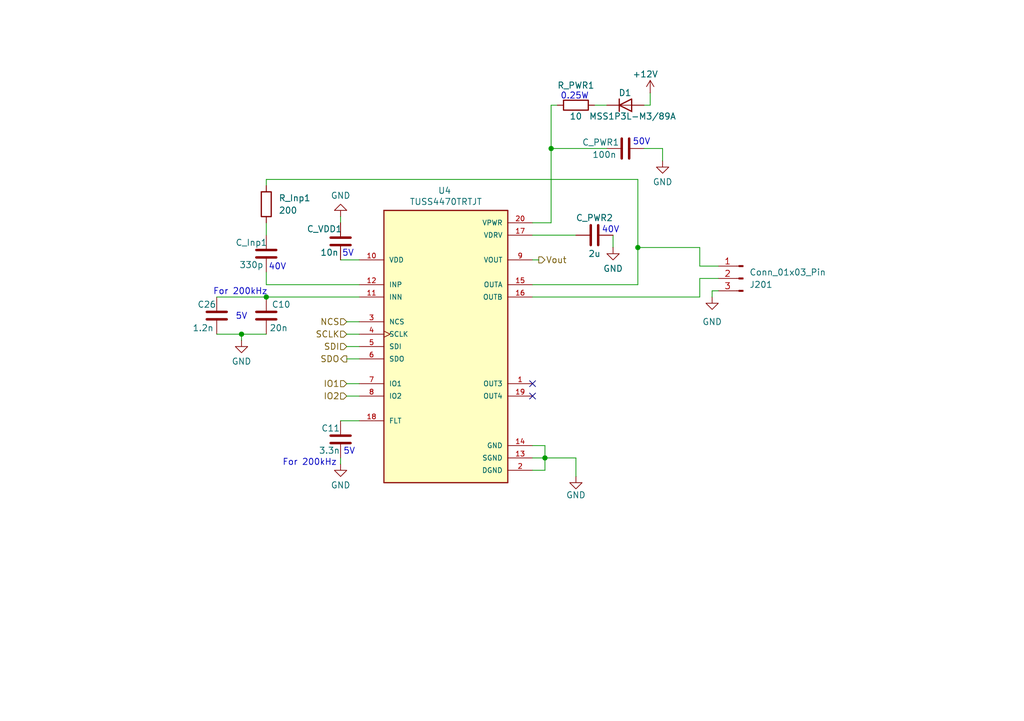
<source format=kicad_sch>
(kicad_sch (version 20250114) (generator "eeschema") (generator_version "9.0")
  (paper "A5")
  (lib_symbols
    (symbol "Connector:Conn_01x03_Pin" (pin_names (offset 1.016) (hide yes))
      (property "Reference" "J" (at 0 5.08 0))
      (property "Value" "Conn_01x03_Pin" (at 0 -5.08 0))
      (symbol "Conn_01x03_Pin_1_1"
        (rectangle (start 0.8636 2.667) (end 0 2.413) (stroke (width 0.1524)) (fill (type outline)))
        (rectangle (start 0.8636 0.127) (end 0 -0.127) (stroke (width 0.1524)) (fill (type outline)))
        (rectangle (start 0.8636 -2.413) (end 0 -2.667) (stroke (width 0.1524)) (fill (type outline)))
        (polyline (pts (xy 1.27 2.54) (xy 0.8636 2.54)) (stroke (width 0.1524)))
        (polyline (pts (xy 1.27 0) (xy 0.8636 0)) (stroke (width 0.1524)))
        (polyline (pts (xy 1.27 -2.54) (xy 0.8636 -2.54)) (stroke (width 0.1524)))
        (pin passive line (at 5.08 2.54 180) (length 3.81) (name "Pin_1") (number "1"))
        (pin passive line (at 5.08 0 180) (length 3.81) (name "Pin_2") (number "2"))
        (pin passive line (at 5.08 -2.54 180) (length 3.81) (name "Pin_3") (number "3"))
      )
    )
    (symbol "Device:C" (pin_numbers (hide yes)) (pin_names (offset 0.254))
      (property "Reference" "C" (at 0.635 2.54 0))
      (property "Value" "C" (at 0.635 -2.54 0))
      (symbol "C_0_1"
        (polyline (pts (xy -2.032 0.762) (xy 2.032 0.762)) (stroke (width 0.508)))
        (polyline (pts (xy -2.032 -0.762) (xy 2.032 -0.762)) (stroke (width 0.508)))
      )
      (symbol "C_1_1"
        (pin passive line (at 0 3.81 270) (length 2.794) (name "~") (number "1"))
        (pin passive line (at 0 -3.81 90) (length 2.794) (name "~") (number "2"))
      )
    )
    (symbol "Device:R" (pin_numbers (hide yes)) (pin_names (offset 0))
      (property "Reference" "R" (at 2.032 0 90))
      (property "Value" "R" (at 0 0 90))
      (symbol "R_0_1"
        (rectangle (start -1.016 -2.54) (end 1.016 2.54) (stroke (width 0.254)))
      )
      (symbol "R_1_1"
        (pin passive line (at 0 3.81 270) (length 1.27) (name "~") (number "1"))
        (pin passive line (at 0 -3.81 90) (length 1.27) (name "~") (number "2"))
      )
    )
    (symbol "Diode:S2JTR" (pin_numbers (hide yes)) (pin_names (hide yes))
      (property "Reference" "D" (at 0 2.54 0))
      (property "Value" "S2JTR" (at 0 -2.54 0))
      (symbol "S2JTR_0_1"
        (polyline (pts (xy -1.27 1.27) (xy -1.27 -1.27)) (stroke (width 0.254)))
        (polyline (pts (xy 1.27 1.27) (xy 1.27 -1.27) (xy -1.27 0) (xy 1.27 1.27)) (stroke (width 0.254)))
        (polyline (pts (xy 1.27 0) (xy -1.27 0)))
      )
      (symbol "S2JTR_1_1"
        (pin passive line (at -3.81 0 0) (length 2.54) (name "K") (number "1"))
        (pin passive line (at 3.81 0 180) (length 2.54) (name "A") (number "2"))
      )
    )
    (symbol "TUSS4470TRTJT_1" (pin_names (offset 1.016))
      (property "Reference" "U" (at -12.7 29.21 0))
      (property "Value" "TUSS4470TRTJT" (at -12.7 -29.21 0))
      (symbol "TUSS4470TRTJT_1_0_0"
        (rectangle (start -12.7 -27.94) (end 12.7 27.94) (stroke (width 0.254)) (fill (type background)))
        (pin input line (at -17.78 17.78 0) (length 5.08) (name "VDD") (number "10"))
        (pin input line (at -17.78 12.7 0) (length 5.08) (name "INP") (number "12"))
        (pin input line (at -17.78 10.16 0) (length 5.08) (name "INN") (number "11"))
        (pin input line (at -17.78 5.08 0) (length 5.08) (name "NCS") (number "3"))
        (pin input clock (at -17.78 2.54 0) (length 5.08) (name "SCLK") (number "4"))
        (pin input line (at -17.78 0 0) (length 5.08) (name "SDI") (number "5"))
        (pin output line (at -17.78 -2.54 0) (length 5.08) (name "SDO") (number "6"))
        (pin bidirectional line (at -17.78 -7.62 0) (length 5.08) (name "IO1") (number "7"))
        (pin bidirectional line (at -17.78 -10.16 0) (length 5.08) (name "IO2") (number "8"))
        (pin bidirectional line (at -17.78 -15.24 0) (length 5.08) (name "FLT") (number "18"))
        (pin power_in line (at 17.78 25.4 180) (length 5.08) (name "VPWR") (number "20"))
        (pin power_in line (at 17.78 22.86 180) (length 5.08) (name "VDRV") (number "17"))
        (pin output line (at 17.78 17.78 180) (length 5.08) (name "VOUT") (number "9"))
        (pin output line (at 17.78 12.7 180) (length 5.08) (name "OUTA") (number "15"))
        (pin output line (at 17.78 10.16 180) (length 5.08) (name "OUTB") (number "16"))
        (pin output line (at 17.78 -7.62 180) (length 5.08) (name "OUT3") (number "1"))
        (pin output line (at 17.78 -10.16 180) (length 5.08) (name "OUT4") (number "19"))
        (pin power_in line (at 17.78 -20.32 180) (length 5.08) (name "GND") (number "14"))
        (pin power_in line (at 17.78 -22.86 180) (length 5.08) (name "SGND") (number "13"))
        (pin power_in line (at 17.78 -25.4 180) (length 5.08) (name "DGND") (number "2"))
      )
    )
    (symbol "power:+12V" (power) (pin_numbers (hide yes)) (pin_names (offset 0) (hide yes))
      (property "Value" "+12V" (at 0 3.556 0))
      (symbol "+12V_0_1"
        (polyline (pts (xy -0.762 1.27) (xy 0 2.54)))
        (polyline (pts (xy 0 2.54) (xy 0.762 1.27)))
        (polyline (pts (xy 0 0) (xy 0 2.54)))
      )
      (symbol "+12V_1_1"
        (pin power_in line (at 0 0 90) (length 0) (name "~") (number "1"))
      )
    )
    (symbol "power:GND" (power) (pin_numbers (hide yes)) (pin_names (offset 0) (hide yes))
      (property "Value" "GND" (at 0 -3.81 0))
      (symbol "GND_0_1"
        (polyline (pts (xy 0 0) (xy 0 -1.27) (xy 1.27 -1.27) (xy 0 -2.54) (xy -1.27 -1.27) (xy 0 -1.27)))
      )
      (symbol "GND_1_1"
        (pin power_in line (at 0 0 270) (length 0) (name "~") (number "1"))
      )
    )
  )
  (text "40V" (at 125.222 47.244 0) (effects (font (size 1.27 1.27))))
  (text "5V" (at 71.374 52.07 0) (effects (font (size 1.27 1.27))))
  (text "5V" (at 49.53 65.024 0) (effects (font (size 1.27 1.27))))
  (text "50V" (at 131.572 29.21 0) (effects (font (size 1.27 1.27))))
  (text "For 200kHz" (at 63.5 94.996 0) (effects (font (size 1.27 1.27))))
  (text "For 200kHz" (at 49.276 59.944 0) (effects (font (size 1.27 1.27))))
  (text "5V" (at 71.628 92.71 0) (effects (font (size 1.27 1.27))))
  (text "40V" (at 56.896 54.864 0) (effects (font (size 1.27 1.27))))
  (text "0.25W" (at 117.856 19.812 0) (effects (font (size 1.27 1.27))))
  (junction (at 49.53 68.58))
  (junction (at 130.81 50.8))
  (junction (at 113.03 30.48))
  (junction (at 111.76 93.98))
  (junction (at 54.61 60.96))
  (no_connect (at 109.22 81.28))
  (no_connect (at 109.22 78.74))
  (wire (pts (xy 69.85 93.98) (xy 69.85 95.25)))
  (wire (pts (xy 143.51 57.15) (xy 143.51 60.96)))
  (wire (pts (xy 132.08 30.48) (xy 135.89 30.48)))
  (wire (pts (xy 109.22 58.42) (xy 130.81 58.42)))
  (wire (pts (xy 71.12 73.66) (xy 73.66 73.66)))
  (wire (pts (xy 118.11 93.98) (xy 118.11 97.79)))
  (wire (pts (xy 143.51 57.15) (xy 147.32 57.15)))
  (wire (pts (xy 44.45 60.96) (xy 54.61 60.96)))
  (wire (pts (xy 111.76 91.44) (xy 111.76 93.98)))
  (wire (pts (xy 130.81 36.83) (xy 54.61 36.83)))
  (wire (pts (xy 146.05 59.69) (xy 146.05 60.96)))
  (wire (pts (xy 143.51 50.8) (xy 143.51 54.61)))
  (wire (pts (xy 69.85 86.36) (xy 73.66 86.36)))
  (wire (pts (xy 109.22 48.26) (xy 118.11 48.26)))
  (wire (pts (xy 113.03 30.48) (xy 113.03 45.72)))
  (wire (pts (xy 133.35 21.59) (xy 133.35 19.05)))
  (wire (pts (xy 44.45 68.58) (xy 49.53 68.58)))
  (wire (pts (xy 54.61 58.42) (xy 54.61 55.88)))
  (wire (pts (xy 146.05 59.69) (xy 147.32 59.69)))
  (wire (pts (xy 113.03 30.48) (xy 124.46 30.48)))
  (wire (pts (xy 113.03 21.59) (xy 113.03 30.48)))
  (wire (pts (xy 135.89 30.48) (xy 135.89 33.02)))
  (wire (pts (xy 49.53 69.85) (xy 49.53 68.58)))
  (wire (pts (xy 71.12 71.12) (xy 73.66 71.12)))
  (wire (pts (xy 49.53 68.58) (xy 54.61 68.58)))
  (wire (pts (xy 69.85 53.34) (xy 73.66 53.34)))
  (wire (pts (xy 111.76 93.98) (xy 111.76 96.52)))
  (wire (pts (xy 69.85 44.45) (xy 69.85 45.72)))
  (wire (pts (xy 113.03 21.59) (xy 114.3 21.59)))
  (wire (pts (xy 111.76 93.98) (xy 118.11 93.98)))
  (wire (pts (xy 109.22 93.98) (xy 111.76 93.98)))
  (wire (pts (xy 109.22 53.34) (xy 110.49 53.34)))
  (wire (pts (xy 143.51 54.61) (xy 147.32 54.61)))
  (wire (pts (xy 54.61 60.96) (xy 73.66 60.96)))
  (wire (pts (xy 121.92 21.59) (xy 124.46 21.59)))
  (wire (pts (xy 109.22 91.44) (xy 111.76 91.44)))
  (wire (pts (xy 130.81 58.42) (xy 130.81 50.8)))
  (wire (pts (xy 130.81 50.8) (xy 143.51 50.8)))
  (wire (pts (xy 109.22 60.96) (xy 143.51 60.96)))
  (wire (pts (xy 54.61 58.42) (xy 73.66 58.42)))
  (wire (pts (xy 71.12 68.58) (xy 73.66 68.58)))
  (wire (pts (xy 125.73 48.26) (xy 125.73 50.8)))
  (wire (pts (xy 71.12 78.74) (xy 73.66 78.74)))
  (wire (pts (xy 54.61 36.83) (xy 54.61 38.1)))
  (wire (pts (xy 54.61 45.72) (xy 54.61 48.26)))
  (wire (pts (xy 71.12 81.28) (xy 73.66 81.28)))
  (wire (pts (xy 109.22 96.52) (xy 111.76 96.52)))
  (wire (pts (xy 109.22 45.72) (xy 113.03 45.72)))
  (wire (pts (xy 71.12 66.04) (xy 73.66 66.04)))
  (wire (pts (xy 132.08 21.59) (xy 133.35 21.59)))
  (wire (pts (xy 130.81 50.8) (xy 130.81 36.83)))
  (hierarchical_label "SCLK" (shape input) (at 71.12 68.58 180))
  (hierarchical_label "NCS" (shape input) (at 71.12 66.04 180))
  (hierarchical_label "IO2" (shape input) (at 71.12 81.28 180))
  (hierarchical_label "IO1" (shape input) (at 71.12 78.74 180))
  (hierarchical_label "SDI" (shape input) (at 71.12 71.12 180))
  (hierarchical_label "SDO" (shape output) (at 71.12 73.66 180))
  (hierarchical_label "Vout" (shape output) (at 110.49 53.34 0))
  (symbol (lib_id "power:+12V") (at 133.35 19.05 0) (unit 1)
    (property "Reference" "#PWR01" (effects (hide yes)))
    (property "Value" "+12V" (at 132.334 15.24 0))
    (property "Description" "Power symbol creates a global label with name \"+12V\"" (effects (hide yes)))
  )
  (symbol (lib_id "power:GND") (at 49.53 69.85 0) (unit 1)
    (property "Reference" "#PWR05" (effects (hide yes)))
    (property "Value" "GND" (at 49.53 74.168 0))
    (property "Description" "Power symbol creates a global label with name \"GND\" , ground" (effects (hide yes)))
  )
  (symbol (lib_id "power:GND") (at 125.73 50.8 0) (unit 1)
    (property "Reference" "#PWR04" (effects (hide yes)))
    (property "Value" "GND" (at 125.73 55.118 0))
    (property "Description" "Power symbol creates a global label with name \"GND\" , ground" (effects (hide yes)))
  )
  (symbol (lib_id "power:GND") (at 118.11 97.79 0) (unit 1)
    (property "Reference" "#PWR08" (effects (hide yes)))
    (property "Value" "GND" (at 118.11 101.6 0))
    (property "Description" "Power symbol creates a global label with name \"GND\" , ground" (effects (hide yes)))
  )
  (symbol (lib_name "TUSS4470TRTJT_1") (lib_id "TUSS4470TRTJT:TUSS4470TRTJT") (at 91.44 71.12 0) (unit 1)
    (property "Reference" "U4" (at 91.186 39.116 0))
    (property "Value" "TUSS4470TRTJT" (at 91.44 41.402 0))
    (property "Footprint" "TUSS4470TRTJT:QFN50P400X400X80-21N" (effects (hide yes)))
    (property "Datasheet" "https://www.ti.com/lit/ds/symlink/tuss4470.pdf" (effects (hide yes)))
    (property "B_NOM" "0.24" (effects (hide yes)))
    (property "D_MAX" "4.15" (effects (hide yes)))
    (property "PIN_COUNT_D" "5.0" (effects (hide yes)))
    (property "B_MIN" "0.18" (effects (hide yes)))
    (property "Check_prices" "https://www.snapeda.com/parts/TUSS4470TRTJT/Texas+Instruments/view-part/?ref=eda" (effects (hide yes)))
    (property "B_MAX" "0.3" (effects (hide yes)))
    (property "Description_1" "Direct drive ultrasonic sensor IC with logarithmic amplifier" (effects (hide yes)))
    (property "Price" "None" (effects (hide yes)))
    (property "ENOM" "0.5" (effects (hide yes)))
    (property "D_NOM" "4.0" (effects (hide yes)))
    (property "L_MAX" "0.5" (effects (hide yes)))
    (property "A_MAX" "0.8" (effects (hide yes)))
    (property "Package" "WQFN-20 Texas Instruments" (effects (hide yes)))
    (property "E2_NOM" "2.67" (effects (hide yes)))
    (property "D2_NOM" "2.67" (effects (hide yes)))
    (property "PARTREV" "December 2019" (effects (hide yes)))
    (property "SnapEDA_Link" "https://www.snapeda.com/parts/TUSS4470TRTJT/Texas+Instruments/view-part/?ref=snap" (effects (hide yes)))
    (property "E_NOM" "4.0" (effects (hide yes)))
    (property "STANDARD" "IPC 7351B" (effects (hide yes)))
    (property "L_NOM" "0.4" (effects (hide yes)))
    (property "MANUFACTURER" "Texas instruments" (effects (hide yes)))
    (property "MF" "Texas Instruments" (effects (hide yes)))
    (property "PIN_COUNT_E" "5.0" (effects (hide yes)))
    (property "E_MIN" "3.85" (effects (hide yes)))
    (property "D_MIN" "3.85" (effects (hide yes)))
    (property "MP" "TUSS4470TRTJT" (effects (hide yes)))
    (property "L_MIN" "0.3" (effects (hide yes)))
    (property "Availability" "In Stock" (effects (hide yes)))
    (property "E_MAX" "4.15" (effects (hide yes)))
  )
  (symbol (lib_id "power:GND") (at 69.85 44.45 180) (unit 1)
    (property "Reference" "#PWR03" (effects (hide yes)))
    (property "Value" "GND" (at 69.85 40.132 0))
    (property "Description" "Power symbol creates a global label with name \"GND\" , ground" (effects (hide yes)))
  )
  (symbol (lib_id "power:GND") (at 135.89 33.02 0) (unit 1)
    (property "Reference" "#PWR02" (effects (hide yes)))
    (property "Value" "GND" (at 135.89 37.338 0))
    (property "Description" "Power symbol creates a global label with name \"GND\" , ground" (effects (hide yes)))
  )
  (symbol (lib_id "Device:C") (at 69.85 90.17 180) (unit 1)
    (property "Reference" "C11" (at 67.818 87.884 0))
    (property "Value" "3.3n" (at 67.564 92.456 0))
    (property "Footprint" "Capacitor_SMD:C_0805_2012Metric_Pad1.18x1.45mm_HandSolder" (effects (hide yes)))
    (property "Description" "Unpolarized capacitor" (effects (hide yes)))
  )
  (symbol (lib_id "Device:R") (at 118.11 21.59 90) (unit 1)
    (property "Reference" "R_PWR1" (at 118.11 17.526 90))
    (property "Value" "10" (at 118.11 23.876 90))
    (property "Footprint" "Capacitor_SMD:C_0805_2012Metric_Pad1.18x1.45mm_HandSolder" (effects (hide yes)))
    (property "Description" "Resistor" (effects (hide yes)))
  )
  (symbol (lib_id "Device:C") (at 128.27 30.48 90) (unit 1)
    (property "Reference" "C_PWR1" (at 123.19 29.21 90))
    (property "Value" "100n" (at 123.952 31.75 90))
    (property "Footprint" "Capacitor_SMD:C_0805_2012Metric_Pad1.18x1.45mm_HandSolder" (effects (hide yes)))
    (property "Description" "Unpolarized capacitor" (effects (hide yes)))
  )
  (symbol (lib_id "Connector:Conn_01x03_Pin") (at 152.4 57.15 0) (mirror y) (unit 1)
    (property "Reference" "J201" (at 153.67 58.4201 0) (effects (justify right)))
    (property "Value" "Conn_01x03_Pin" (at 153.67 55.8801 0) (effects (justify right)))
    (property "Footprint" "Connector_JST:JST_PH_B3B-PH-K_1x03_P2.00mm_Vertical" (effects (hide yes)))
    (property "Description" "Generic connector, single row, 01x03, script generated" (effects (hide yes)))
  )
  (symbol (lib_id "Device:R") (at 54.61 41.91 0) (unit 1)
    (property "Reference" "R_Inp1" (at 57.15 40.6399 0) (effects (justify left)))
    (property "Value" "200" (at 57.15 43.1799 0) (effects (justify left)))
    (property "Description" "Resistor" (effects (hide yes)))
  )
  (symbol (lib_id "Device:C") (at 121.92 48.26 90) (unit 1)
    (property "Reference" "C_PWR2" (at 121.92 44.704 90))
    (property "Value" "2u" (at 121.92 52.07 90))
    (property "Footprint" "Capacitor_SMD:C_0603_1608Metric_Pad1.08x0.95mm_HandSolder" (effects (hide yes)))
    (property "Description" "Unpolarized capacitor" (effects (hide yes)))
  )
  (symbol (lib_id "Device:C") (at 69.85 49.53 180) (unit 1)
    (property "Reference" "C_VDD1" (at 66.548 46.99 0))
    (property "Value" "10n" (at 67.564 51.816 0))
    (property "Footprint" "Capacitor_SMD:C_0805_2012Metric_Pad1.18x1.45mm_HandSolder" (effects (hide yes)))
    (property "Description" "Unpolarized capacitor" (effects (hide yes)))
  )
  (symbol (lib_id "Device:C") (at 44.45 64.77 180) (unit 1)
    (property "Reference" "C26" (at 42.418 62.484 0))
    (property "Value" "1.2n" (at 41.656 67.31 0))
    (property "Footprint" "Capacitor_SMD:C_0603_1608Metric_Pad1.08x0.95mm_HandSolder" (effects (hide yes)))
    (property "Description" "Unpolarized capacitor" (effects (hide yes)))
  )
  (symbol (lib_id "power:GND") (at 146.05 60.96 0) (unit 1)
    (property "Reference" "#PWR0201" (effects (hide yes)))
    (property "Value" "GND" (at 146.05 66.04 0))
    (property "Description" "Power symbol creates a global label with name \"GND\" , ground" (effects (hide yes)))
  )
  (symbol (lib_id "Device:C") (at 54.61 52.07 180) (unit 1)
    (property "Reference" "C_Inp1" (at 51.562 49.784 0))
    (property "Value" "330p" (at 51.562 54.356 0))
    (property "Footprint" "Capacitor_SMD:C_0805_2012Metric_Pad1.18x1.45mm_HandSolder" (effects (hide yes)))
    (property "Description" "Unpolarized capacitor" (effects (hide yes)))
  )
  (symbol (lib_id "Device:C") (at 54.61 64.77 180) (unit 1)
    (property "Reference" "C10" (at 57.658 62.484 0))
    (property "Value" "20n" (at 57.15 67.31 0))
    (property "Footprint" "Capacitor_SMD:C_0805_2012Metric_Pad1.18x1.45mm_HandSolder" (effects (hide yes)))
    (property "Description" "Unpolarized capacitor" (effects (hide yes)))
  )
  (symbol (lib_id "power:GND") (at 69.85 95.25 0) (unit 1)
    (property "Reference" "#PWR06" (effects (hide yes)))
    (property "Value" "GND" (at 69.85 99.568 0))
    (property "Description" "Power symbol creates a global label with name \"GND\" , ground" (effects (hide yes)))
  )
  (symbol (lib_id "Diode:S2JTR") (at 128.27 21.59 0) (mirror x) (unit 1)
    (property "Reference" "D1" (at 129.5401 19.05 0) (effects (justify right)))
    (property "Value" "MSS1P3L-M3/89A" (at 138.684 23.876 0) (effects (justify right)))
    (property "Footprint" "Diode_SMD:Vishay_SMPA" (effects (hide yes)))
    (property "Datasheet" "https://www.vishay.com/docs/89020/mss1p3l.pdf" (effects (hide yes)))
    (property "Description" "600V 2A General Purpose Rectifier Diode, SMB" (effects (hide yes)))
    (property "Sim.Device" "D" (effects (hide yes)))
    (property "Sim.Pins" "1=K 2=A" (effects (hide yes)))
  )
)
</source>
